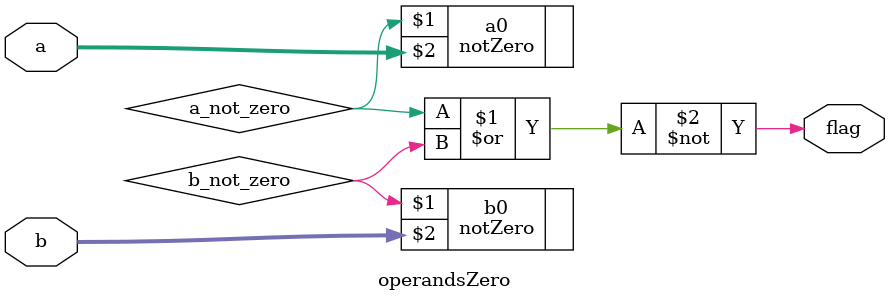
<source format=v>
module operandsZero(flag, a, b);

	input [31:0] a, b;
	
	wire a_not_0, b_not_0;
	wire a_zero, b_zero;
	
	output flag;
	
	notZero a0(a_not_zero, a);
	notZero b0(b_not_zero, b);
	
	nor f(flag, a_not_zero, b_not_zero);

endmodule 
</source>
